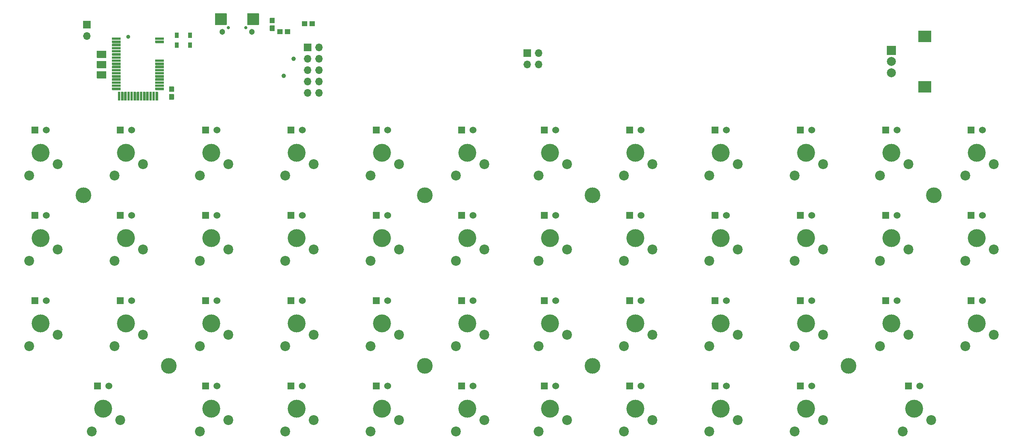
<source format=gbr>
%TF.GenerationSoftware,KiCad,Pcbnew,5.1.10*%
%TF.CreationDate,2021-05-01T11:53:20+02:00*%
%TF.ProjectId,splitboard,73706c69-7462-46f6-9172-642e6b696361,rev?*%
%TF.SameCoordinates,Original*%
%TF.FileFunction,Soldermask,Bot*%
%TF.FilePolarity,Negative*%
%FSLAX46Y46*%
G04 Gerber Fmt 4.6, Leading zero omitted, Abs format (unit mm)*
G04 Created by KiCad (PCBNEW 5.1.10) date 2021-05-01 11:53:20*
%MOMM*%
%LPD*%
G01*
G04 APERTURE LIST*
%ADD10C,3.500000*%
%ADD11C,2.200000*%
%ADD12C,4.000000*%
%ADD13R,1.524000X1.524000*%
%ADD14C,1.524000*%
%ADD15C,1.000000*%
%ADD16R,2.000000X2.000000*%
%ADD17C,2.000000*%
%ADD18R,3.000000X2.500000*%
%ADD19O,1.700000X1.700000*%
%ADD20R,1.700000X1.700000*%
%ADD21C,0.900000*%
%ADD22C,1.301600*%
%ADD23C,0.700000*%
%ADD24R,0.900000X1.200000*%
G04 APERTURE END LIST*
D10*
%TO.C,Hole*%
X222885000Y-100330000D03*
%TD*%
%TO.C,Hole*%
X203835000Y-138430000D03*
%TD*%
%TO.C,Hole*%
X146685000Y-100330000D03*
%TD*%
%TO.C,Hole*%
X146685000Y-138430000D03*
%TD*%
%TO.C,Hole*%
X109220000Y-138430000D03*
%TD*%
%TO.C,Hole*%
X52070000Y-138430000D03*
%TD*%
%TO.C,Hole*%
X33020000Y-100330000D03*
%TD*%
%TO.C,Hole*%
X109220000Y-100330000D03*
%TD*%
D11*
%TO.C,SW40*%
X191770000Y-153035000D03*
X198120000Y-150495000D03*
D12*
X194310000Y-147955000D03*
D13*
X193040000Y-142875000D03*
D14*
X195580000Y-142875000D03*
%TD*%
D11*
%TO.C,SW44*%
X215900000Y-153035000D03*
X222250000Y-150495000D03*
D12*
X218440000Y-147955000D03*
D13*
X217170000Y-142875000D03*
D14*
X219710000Y-142875000D03*
%TD*%
D11*
%TO.C,SW5*%
X40005000Y-95885000D03*
X46355000Y-93345000D03*
D12*
X42545000Y-90805000D03*
D13*
X41275000Y-85725000D03*
D14*
X43815000Y-85725000D03*
%TD*%
D11*
%TO.C,SW1*%
X20955000Y-95885000D03*
X27305000Y-93345000D03*
D12*
X23495000Y-90805000D03*
D13*
X22225000Y-85725000D03*
D14*
X24765000Y-85725000D03*
%TD*%
D11*
%TO.C,SW22*%
X116205000Y-114935000D03*
X122555000Y-112395000D03*
D12*
X118745000Y-109855000D03*
D13*
X117475000Y-104775000D03*
D14*
X120015000Y-104775000D03*
%TD*%
D11*
%TO.C,SW3*%
X20955000Y-133985000D03*
X27305000Y-131445000D03*
D12*
X23495000Y-128905000D03*
D13*
X22225000Y-123825000D03*
D14*
X24765000Y-123825000D03*
%TD*%
D11*
%TO.C,SW24*%
X116205000Y-153035000D03*
X122555000Y-150495000D03*
D12*
X118745000Y-147955000D03*
D13*
X117475000Y-142875000D03*
D14*
X120015000Y-142875000D03*
%TD*%
D11*
%TO.C,SW19*%
X97155000Y-133985000D03*
X103505000Y-131445000D03*
D12*
X99695000Y-128905000D03*
D13*
X98425000Y-123825000D03*
D14*
X100965000Y-123825000D03*
%TD*%
D11*
%TO.C,SW15*%
X78105000Y-133985000D03*
X84455000Y-131445000D03*
D12*
X80645000Y-128905000D03*
D13*
X79375000Y-123825000D03*
D14*
X81915000Y-123825000D03*
%TD*%
D11*
%TO.C,SW47*%
X229870000Y-133985000D03*
X236220000Y-131445000D03*
D12*
X232410000Y-128905000D03*
D13*
X231140000Y-123825000D03*
D14*
X233680000Y-123825000D03*
%TD*%
D11*
%TO.C,SW46*%
X229870000Y-114935000D03*
X236220000Y-112395000D03*
D12*
X232410000Y-109855000D03*
D13*
X231140000Y-104775000D03*
D14*
X233680000Y-104775000D03*
%TD*%
D11*
%TO.C,SW45*%
X229870000Y-95885000D03*
X236220000Y-93345000D03*
D12*
X232410000Y-90805000D03*
D13*
X231140000Y-85725000D03*
D14*
X233680000Y-85725000D03*
%TD*%
D11*
%TO.C,SW43*%
X210820000Y-133985000D03*
X217170000Y-131445000D03*
D12*
X213360000Y-128905000D03*
D13*
X212090000Y-123825000D03*
D14*
X214630000Y-123825000D03*
%TD*%
D11*
%TO.C,SW42*%
X210820000Y-114935000D03*
X217170000Y-112395000D03*
D12*
X213360000Y-109855000D03*
D13*
X212090000Y-104775000D03*
D14*
X214630000Y-104775000D03*
%TD*%
D11*
%TO.C,SW41*%
X210820000Y-95885000D03*
X217170000Y-93345000D03*
D12*
X213360000Y-90805000D03*
D13*
X212090000Y-85725000D03*
D14*
X214630000Y-85725000D03*
%TD*%
D11*
%TO.C,SW39*%
X191770000Y-133985000D03*
X198120000Y-131445000D03*
D12*
X194310000Y-128905000D03*
D13*
X193040000Y-123825000D03*
D14*
X195580000Y-123825000D03*
%TD*%
D11*
%TO.C,SW38*%
X191770000Y-114935000D03*
X198120000Y-112395000D03*
D12*
X194310000Y-109855000D03*
D13*
X193040000Y-104775000D03*
D14*
X195580000Y-104775000D03*
%TD*%
D11*
%TO.C,SW37*%
X191770000Y-95885000D03*
X198120000Y-93345000D03*
D12*
X194310000Y-90805000D03*
D13*
X193040000Y-85725000D03*
D14*
X195580000Y-85725000D03*
%TD*%
D11*
%TO.C,SW36*%
X172720000Y-153035000D03*
X179070000Y-150495000D03*
D12*
X175260000Y-147955000D03*
D13*
X173990000Y-142875000D03*
D14*
X176530000Y-142875000D03*
%TD*%
D11*
%TO.C,SW35*%
X172720000Y-133985000D03*
X179070000Y-131445000D03*
D12*
X175260000Y-128905000D03*
D13*
X173990000Y-123825000D03*
D14*
X176530000Y-123825000D03*
%TD*%
D11*
%TO.C,SW34*%
X172720000Y-114935000D03*
X179070000Y-112395000D03*
D12*
X175260000Y-109855000D03*
D13*
X173990000Y-104775000D03*
D14*
X176530000Y-104775000D03*
%TD*%
D11*
%TO.C,SW33*%
X172720000Y-95885000D03*
X179070000Y-93345000D03*
D12*
X175260000Y-90805000D03*
D13*
X173990000Y-85725000D03*
D14*
X176530000Y-85725000D03*
%TD*%
D11*
%TO.C,SW32*%
X153670000Y-153035000D03*
X160020000Y-150495000D03*
D12*
X156210000Y-147955000D03*
D13*
X154940000Y-142875000D03*
D14*
X157480000Y-142875000D03*
%TD*%
D11*
%TO.C,SW31*%
X153670000Y-133985000D03*
X160020000Y-131445000D03*
D12*
X156210000Y-128905000D03*
D13*
X154940000Y-123825000D03*
D14*
X157480000Y-123825000D03*
%TD*%
D11*
%TO.C,SW30*%
X153670000Y-114935000D03*
X160020000Y-112395000D03*
D12*
X156210000Y-109855000D03*
D13*
X154940000Y-104775000D03*
D14*
X157480000Y-104775000D03*
%TD*%
D11*
%TO.C,SW29*%
X153670000Y-95885000D03*
X160020000Y-93345000D03*
D12*
X156210000Y-90805000D03*
D13*
X154940000Y-85725000D03*
D14*
X157480000Y-85725000D03*
%TD*%
D11*
%TO.C,SW28*%
X134620000Y-153035000D03*
X140970000Y-150495000D03*
D12*
X137160000Y-147955000D03*
D13*
X135890000Y-142875000D03*
D14*
X138430000Y-142875000D03*
%TD*%
D11*
%TO.C,SW27*%
X134620000Y-133985000D03*
X140970000Y-131445000D03*
D12*
X137160000Y-128905000D03*
D13*
X135890000Y-123825000D03*
D14*
X138430000Y-123825000D03*
%TD*%
D11*
%TO.C,SW26*%
X134620000Y-114935000D03*
X140970000Y-112395000D03*
D12*
X137160000Y-109855000D03*
D13*
X135890000Y-104775000D03*
D14*
X138430000Y-104775000D03*
%TD*%
D11*
%TO.C,SW25*%
X134620000Y-95885000D03*
X140970000Y-93345000D03*
D12*
X137160000Y-90805000D03*
D13*
X135890000Y-85725000D03*
D14*
X138430000Y-85725000D03*
%TD*%
D11*
%TO.C,SW23*%
X116205000Y-133985000D03*
X122555000Y-131445000D03*
D12*
X118745000Y-128905000D03*
D13*
X117475000Y-123825000D03*
D14*
X120015000Y-123825000D03*
%TD*%
D11*
%TO.C,SW21*%
X116205000Y-95885000D03*
X122555000Y-93345000D03*
D12*
X118745000Y-90805000D03*
D13*
X117475000Y-85725000D03*
D14*
X120015000Y-85725000D03*
%TD*%
D11*
%TO.C,SW20*%
X97155000Y-153035000D03*
X103505000Y-150495000D03*
D12*
X99695000Y-147955000D03*
D13*
X98425000Y-142875000D03*
D14*
X100965000Y-142875000D03*
%TD*%
D11*
%TO.C,SW18*%
X97155000Y-114935000D03*
X103505000Y-112395000D03*
D12*
X99695000Y-109855000D03*
D13*
X98425000Y-104775000D03*
D14*
X100965000Y-104775000D03*
%TD*%
D11*
%TO.C,SW17*%
X97155000Y-95885000D03*
X103505000Y-93345000D03*
D12*
X99695000Y-90805000D03*
D13*
X98425000Y-85725000D03*
D14*
X100965000Y-85725000D03*
%TD*%
D11*
%TO.C,SW16*%
X78105000Y-153035000D03*
X84455000Y-150495000D03*
D12*
X80645000Y-147955000D03*
D13*
X79375000Y-142875000D03*
D14*
X81915000Y-142875000D03*
%TD*%
D11*
%TO.C,SW14*%
X78105000Y-114935000D03*
X84455000Y-112395000D03*
D12*
X80645000Y-109855000D03*
D13*
X79375000Y-104775000D03*
D14*
X81915000Y-104775000D03*
%TD*%
D11*
%TO.C,SW13*%
X78105000Y-95885000D03*
X84455000Y-93345000D03*
D12*
X80645000Y-90805000D03*
D13*
X79375000Y-85725000D03*
D14*
X81915000Y-85725000D03*
%TD*%
D11*
%TO.C,SW12*%
X59055000Y-153035000D03*
X65405000Y-150495000D03*
D12*
X61595000Y-147955000D03*
D13*
X60325000Y-142875000D03*
D14*
X62865000Y-142875000D03*
%TD*%
D11*
%TO.C,SW11*%
X59055000Y-133985000D03*
X65405000Y-131445000D03*
D12*
X61595000Y-128905000D03*
D13*
X60325000Y-123825000D03*
D14*
X62865000Y-123825000D03*
%TD*%
D11*
%TO.C,SW10*%
X59055000Y-114935000D03*
X65405000Y-112395000D03*
D12*
X61595000Y-109855000D03*
D13*
X60325000Y-104775000D03*
D14*
X62865000Y-104775000D03*
%TD*%
D11*
%TO.C,SW9*%
X59055000Y-95885000D03*
X65405000Y-93345000D03*
D12*
X61595000Y-90805000D03*
D13*
X60325000Y-85725000D03*
D14*
X62865000Y-85725000D03*
%TD*%
D11*
%TO.C,SW8*%
X34925000Y-153035000D03*
X41275000Y-150495000D03*
D12*
X37465000Y-147955000D03*
D13*
X36195000Y-142875000D03*
D14*
X38735000Y-142875000D03*
%TD*%
D11*
%TO.C,SW7*%
X40005000Y-133985000D03*
X46355000Y-131445000D03*
D12*
X42545000Y-128905000D03*
D13*
X41275000Y-123825000D03*
D14*
X43815000Y-123825000D03*
%TD*%
D11*
%TO.C,SW6*%
X40005000Y-114935000D03*
X46355000Y-112395000D03*
D12*
X42545000Y-109855000D03*
D13*
X41275000Y-104775000D03*
D14*
X43815000Y-104775000D03*
%TD*%
D11*
%TO.C,SW2*%
X20955000Y-114935000D03*
X27305000Y-112395000D03*
D12*
X23495000Y-109855000D03*
D13*
X22225000Y-104775000D03*
D14*
X24765000Y-104775000D03*
%TD*%
D15*
%TO.C,TP2*%
X79959200Y-69799200D03*
%TD*%
%TO.C,TP1*%
X77724000Y-73660000D03*
%TD*%
D16*
%TO.C,SW50*%
X213360000Y-67945000D03*
D17*
X213360000Y-70445000D03*
X213360000Y-72945000D03*
D18*
X220860000Y-64845000D03*
X220860000Y-76045000D03*
%TD*%
D19*
%TO.C,J3*%
X33782000Y-64770000D03*
D20*
X33782000Y-62230000D03*
%TD*%
D19*
%TO.C,J2*%
X134620000Y-71120000D03*
X132080000Y-71120000D03*
X134620000Y-68580000D03*
D20*
X132080000Y-68580000D03*
%TD*%
D21*
%TO.C,U5*%
X43012000Y-64892000D03*
G36*
G01*
X41362800Y-65117000D02*
X41362800Y-65567000D01*
G75*
G02*
X41312000Y-65617800I-50800J0D01*
G01*
X39462000Y-65617800D01*
G75*
G02*
X39411200Y-65567000I0J50800D01*
G01*
X39411200Y-65117000D01*
G75*
G02*
X39462000Y-65066200I50800J0D01*
G01*
X41312000Y-65066200D01*
G75*
G02*
X41362800Y-65117000I0J-50800D01*
G01*
G37*
G36*
G01*
X41362800Y-65817000D02*
X41362800Y-66267000D01*
G75*
G02*
X41312000Y-66317800I-50800J0D01*
G01*
X39462000Y-66317800D01*
G75*
G02*
X39411200Y-66267000I0J50800D01*
G01*
X39411200Y-65817000D01*
G75*
G02*
X39462000Y-65766200I50800J0D01*
G01*
X41312000Y-65766200D01*
G75*
G02*
X41362800Y-65817000I0J-50800D01*
G01*
G37*
G36*
G01*
X41362800Y-66517000D02*
X41362800Y-66967000D01*
G75*
G02*
X41312000Y-67017800I-50800J0D01*
G01*
X39462000Y-67017800D01*
G75*
G02*
X39411200Y-66967000I0J50800D01*
G01*
X39411200Y-66517000D01*
G75*
G02*
X39462000Y-66466200I50800J0D01*
G01*
X41312000Y-66466200D01*
G75*
G02*
X41362800Y-66517000I0J-50800D01*
G01*
G37*
G36*
G01*
X41362800Y-67217000D02*
X41362800Y-67667000D01*
G75*
G02*
X41312000Y-67717800I-50800J0D01*
G01*
X39462000Y-67717800D01*
G75*
G02*
X39411200Y-67667000I0J50800D01*
G01*
X39411200Y-67217000D01*
G75*
G02*
X39462000Y-67166200I50800J0D01*
G01*
X41312000Y-67166200D01*
G75*
G02*
X41362800Y-67217000I0J-50800D01*
G01*
G37*
G36*
G01*
X41362800Y-67917000D02*
X41362800Y-68367000D01*
G75*
G02*
X41312000Y-68417800I-50800J0D01*
G01*
X39462000Y-68417800D01*
G75*
G02*
X39411200Y-68367000I0J50800D01*
G01*
X39411200Y-67917000D01*
G75*
G02*
X39462000Y-67866200I50800J0D01*
G01*
X41312000Y-67866200D01*
G75*
G02*
X41362800Y-67917000I0J-50800D01*
G01*
G37*
G36*
G01*
X41362800Y-68617000D02*
X41362800Y-69067000D01*
G75*
G02*
X41312000Y-69117800I-50800J0D01*
G01*
X39462000Y-69117800D01*
G75*
G02*
X39411200Y-69067000I0J50800D01*
G01*
X39411200Y-68617000D01*
G75*
G02*
X39462000Y-68566200I50800J0D01*
G01*
X41312000Y-68566200D01*
G75*
G02*
X41362800Y-68617000I0J-50800D01*
G01*
G37*
G36*
G01*
X41362800Y-69317000D02*
X41362800Y-69767000D01*
G75*
G02*
X41312000Y-69817800I-50800J0D01*
G01*
X39462000Y-69817800D01*
G75*
G02*
X39411200Y-69767000I0J50800D01*
G01*
X39411200Y-69317000D01*
G75*
G02*
X39462000Y-69266200I50800J0D01*
G01*
X41312000Y-69266200D01*
G75*
G02*
X41362800Y-69317000I0J-50800D01*
G01*
G37*
G36*
G01*
X41362800Y-70017000D02*
X41362800Y-70467000D01*
G75*
G02*
X41312000Y-70517800I-50800J0D01*
G01*
X39462000Y-70517800D01*
G75*
G02*
X39411200Y-70467000I0J50800D01*
G01*
X39411200Y-70017000D01*
G75*
G02*
X39462000Y-69966200I50800J0D01*
G01*
X41312000Y-69966200D01*
G75*
G02*
X41362800Y-70017000I0J-50800D01*
G01*
G37*
G36*
G01*
X41362800Y-70717000D02*
X41362800Y-71167000D01*
G75*
G02*
X41312000Y-71217800I-50800J0D01*
G01*
X39462000Y-71217800D01*
G75*
G02*
X39411200Y-71167000I0J50800D01*
G01*
X39411200Y-70717000D01*
G75*
G02*
X39462000Y-70666200I50800J0D01*
G01*
X41312000Y-70666200D01*
G75*
G02*
X41362800Y-70717000I0J-50800D01*
G01*
G37*
G36*
G01*
X41362800Y-71417000D02*
X41362800Y-71867000D01*
G75*
G02*
X41312000Y-71917800I-50800J0D01*
G01*
X39462000Y-71917800D01*
G75*
G02*
X39411200Y-71867000I0J50800D01*
G01*
X39411200Y-71417000D01*
G75*
G02*
X39462000Y-71366200I50800J0D01*
G01*
X41312000Y-71366200D01*
G75*
G02*
X41362800Y-71417000I0J-50800D01*
G01*
G37*
G36*
G01*
X41362800Y-72117000D02*
X41362800Y-72567000D01*
G75*
G02*
X41312000Y-72617800I-50800J0D01*
G01*
X39462000Y-72617800D01*
G75*
G02*
X39411200Y-72567000I0J50800D01*
G01*
X39411200Y-72117000D01*
G75*
G02*
X39462000Y-72066200I50800J0D01*
G01*
X41312000Y-72066200D01*
G75*
G02*
X41362800Y-72117000I0J-50800D01*
G01*
G37*
G36*
G01*
X41362800Y-72817000D02*
X41362800Y-73267000D01*
G75*
G02*
X41312000Y-73317800I-50800J0D01*
G01*
X39462000Y-73317800D01*
G75*
G02*
X39411200Y-73267000I0J50800D01*
G01*
X39411200Y-72817000D01*
G75*
G02*
X39462000Y-72766200I50800J0D01*
G01*
X41312000Y-72766200D01*
G75*
G02*
X41362800Y-72817000I0J-50800D01*
G01*
G37*
G36*
G01*
X41362800Y-73517000D02*
X41362800Y-73967000D01*
G75*
G02*
X41312000Y-74017800I-50800J0D01*
G01*
X39462000Y-74017800D01*
G75*
G02*
X39411200Y-73967000I0J50800D01*
G01*
X39411200Y-73517000D01*
G75*
G02*
X39462000Y-73466200I50800J0D01*
G01*
X41312000Y-73466200D01*
G75*
G02*
X41362800Y-73517000I0J-50800D01*
G01*
G37*
G36*
G01*
X41362800Y-74217000D02*
X41362800Y-74667000D01*
G75*
G02*
X41312000Y-74717800I-50800J0D01*
G01*
X39462000Y-74717800D01*
G75*
G02*
X39411200Y-74667000I0J50800D01*
G01*
X39411200Y-74217000D01*
G75*
G02*
X39462000Y-74166200I50800J0D01*
G01*
X41312000Y-74166200D01*
G75*
G02*
X41362800Y-74217000I0J-50800D01*
G01*
G37*
G36*
G01*
X41362800Y-74917000D02*
X41362800Y-75367000D01*
G75*
G02*
X41312000Y-75417800I-50800J0D01*
G01*
X39462000Y-75417800D01*
G75*
G02*
X39411200Y-75367000I0J50800D01*
G01*
X39411200Y-74917000D01*
G75*
G02*
X39462000Y-74866200I50800J0D01*
G01*
X41312000Y-74866200D01*
G75*
G02*
X41362800Y-74917000I0J-50800D01*
G01*
G37*
G36*
G01*
X41362800Y-75617000D02*
X41362800Y-76067000D01*
G75*
G02*
X41312000Y-76117800I-50800J0D01*
G01*
X39462000Y-76117800D01*
G75*
G02*
X39411200Y-76067000I0J50800D01*
G01*
X39411200Y-75617000D01*
G75*
G02*
X39462000Y-75566200I50800J0D01*
G01*
X41312000Y-75566200D01*
G75*
G02*
X41362800Y-75617000I0J-50800D01*
G01*
G37*
G36*
G01*
X41362800Y-76317000D02*
X41362800Y-76767000D01*
G75*
G02*
X41312000Y-76817800I-50800J0D01*
G01*
X39462000Y-76817800D01*
G75*
G02*
X39411200Y-76767000I0J50800D01*
G01*
X39411200Y-76317000D01*
G75*
G02*
X39462000Y-76266200I50800J0D01*
G01*
X41312000Y-76266200D01*
G75*
G02*
X41362800Y-76317000I0J-50800D01*
G01*
G37*
G36*
G01*
X41237000Y-79142800D02*
X40787000Y-79142800D01*
G75*
G02*
X40736200Y-79092000I0J50800D01*
G01*
X40736200Y-77242000D01*
G75*
G02*
X40787000Y-77191200I50800J0D01*
G01*
X41237000Y-77191200D01*
G75*
G02*
X41287800Y-77242000I0J-50800D01*
G01*
X41287800Y-79092000D01*
G75*
G02*
X41237000Y-79142800I-50800J0D01*
G01*
G37*
G36*
G01*
X41937000Y-79142800D02*
X41487000Y-79142800D01*
G75*
G02*
X41436200Y-79092000I0J50800D01*
G01*
X41436200Y-77242000D01*
G75*
G02*
X41487000Y-77191200I50800J0D01*
G01*
X41937000Y-77191200D01*
G75*
G02*
X41987800Y-77242000I0J-50800D01*
G01*
X41987800Y-79092000D01*
G75*
G02*
X41937000Y-79142800I-50800J0D01*
G01*
G37*
G36*
G01*
X42637000Y-79142800D02*
X42187000Y-79142800D01*
G75*
G02*
X42136200Y-79092000I0J50800D01*
G01*
X42136200Y-77242000D01*
G75*
G02*
X42187000Y-77191200I50800J0D01*
G01*
X42637000Y-77191200D01*
G75*
G02*
X42687800Y-77242000I0J-50800D01*
G01*
X42687800Y-79092000D01*
G75*
G02*
X42637000Y-79142800I-50800J0D01*
G01*
G37*
G36*
G01*
X43337000Y-79142800D02*
X42887000Y-79142800D01*
G75*
G02*
X42836200Y-79092000I0J50800D01*
G01*
X42836200Y-77242000D01*
G75*
G02*
X42887000Y-77191200I50800J0D01*
G01*
X43337000Y-77191200D01*
G75*
G02*
X43387800Y-77242000I0J-50800D01*
G01*
X43387800Y-79092000D01*
G75*
G02*
X43337000Y-79142800I-50800J0D01*
G01*
G37*
G36*
G01*
X44037000Y-79142800D02*
X43587000Y-79142800D01*
G75*
G02*
X43536200Y-79092000I0J50800D01*
G01*
X43536200Y-77242000D01*
G75*
G02*
X43587000Y-77191200I50800J0D01*
G01*
X44037000Y-77191200D01*
G75*
G02*
X44087800Y-77242000I0J-50800D01*
G01*
X44087800Y-79092000D01*
G75*
G02*
X44037000Y-79142800I-50800J0D01*
G01*
G37*
G36*
G01*
X44737000Y-79142800D02*
X44287000Y-79142800D01*
G75*
G02*
X44236200Y-79092000I0J50800D01*
G01*
X44236200Y-77242000D01*
G75*
G02*
X44287000Y-77191200I50800J0D01*
G01*
X44737000Y-77191200D01*
G75*
G02*
X44787800Y-77242000I0J-50800D01*
G01*
X44787800Y-79092000D01*
G75*
G02*
X44737000Y-79142800I-50800J0D01*
G01*
G37*
G36*
G01*
X45437000Y-79142800D02*
X44987000Y-79142800D01*
G75*
G02*
X44936200Y-79092000I0J50800D01*
G01*
X44936200Y-77242000D01*
G75*
G02*
X44987000Y-77191200I50800J0D01*
G01*
X45437000Y-77191200D01*
G75*
G02*
X45487800Y-77242000I0J-50800D01*
G01*
X45487800Y-79092000D01*
G75*
G02*
X45437000Y-79142800I-50800J0D01*
G01*
G37*
G36*
G01*
X46137000Y-79142800D02*
X45687000Y-79142800D01*
G75*
G02*
X45636200Y-79092000I0J50800D01*
G01*
X45636200Y-77242000D01*
G75*
G02*
X45687000Y-77191200I50800J0D01*
G01*
X46137000Y-77191200D01*
G75*
G02*
X46187800Y-77242000I0J-50800D01*
G01*
X46187800Y-79092000D01*
G75*
G02*
X46137000Y-79142800I-50800J0D01*
G01*
G37*
G36*
G01*
X46837000Y-79142800D02*
X46387000Y-79142800D01*
G75*
G02*
X46336200Y-79092000I0J50800D01*
G01*
X46336200Y-77242000D01*
G75*
G02*
X46387000Y-77191200I50800J0D01*
G01*
X46837000Y-77191200D01*
G75*
G02*
X46887800Y-77242000I0J-50800D01*
G01*
X46887800Y-79092000D01*
G75*
G02*
X46837000Y-79142800I-50800J0D01*
G01*
G37*
G36*
G01*
X47537000Y-79142800D02*
X47087000Y-79142800D01*
G75*
G02*
X47036200Y-79092000I0J50800D01*
G01*
X47036200Y-77242000D01*
G75*
G02*
X47087000Y-77191200I50800J0D01*
G01*
X47537000Y-77191200D01*
G75*
G02*
X47587800Y-77242000I0J-50800D01*
G01*
X47587800Y-79092000D01*
G75*
G02*
X47537000Y-79142800I-50800J0D01*
G01*
G37*
G36*
G01*
X48237000Y-79142800D02*
X47787000Y-79142800D01*
G75*
G02*
X47736200Y-79092000I0J50800D01*
G01*
X47736200Y-77242000D01*
G75*
G02*
X47787000Y-77191200I50800J0D01*
G01*
X48237000Y-77191200D01*
G75*
G02*
X48287800Y-77242000I0J-50800D01*
G01*
X48287800Y-79092000D01*
G75*
G02*
X48237000Y-79142800I-50800J0D01*
G01*
G37*
G36*
G01*
X48937000Y-79142800D02*
X48487000Y-79142800D01*
G75*
G02*
X48436200Y-79092000I0J50800D01*
G01*
X48436200Y-77242000D01*
G75*
G02*
X48487000Y-77191200I50800J0D01*
G01*
X48937000Y-77191200D01*
G75*
G02*
X48987800Y-77242000I0J-50800D01*
G01*
X48987800Y-79092000D01*
G75*
G02*
X48937000Y-79142800I-50800J0D01*
G01*
G37*
G36*
G01*
X49637000Y-79142800D02*
X49187000Y-79142800D01*
G75*
G02*
X49136200Y-79092000I0J50800D01*
G01*
X49136200Y-77242000D01*
G75*
G02*
X49187000Y-77191200I50800J0D01*
G01*
X49637000Y-77191200D01*
G75*
G02*
X49687800Y-77242000I0J-50800D01*
G01*
X49687800Y-79092000D01*
G75*
G02*
X49637000Y-79142800I-50800J0D01*
G01*
G37*
G36*
G01*
X51012800Y-76317000D02*
X51012800Y-76767000D01*
G75*
G02*
X50962000Y-76817800I-50800J0D01*
G01*
X49112000Y-76817800D01*
G75*
G02*
X49061200Y-76767000I0J50800D01*
G01*
X49061200Y-76317000D01*
G75*
G02*
X49112000Y-76266200I50800J0D01*
G01*
X50962000Y-76266200D01*
G75*
G02*
X51012800Y-76317000I0J-50800D01*
G01*
G37*
G36*
G01*
X51012800Y-75617000D02*
X51012800Y-76067000D01*
G75*
G02*
X50962000Y-76117800I-50800J0D01*
G01*
X49112000Y-76117800D01*
G75*
G02*
X49061200Y-76067000I0J50800D01*
G01*
X49061200Y-75617000D01*
G75*
G02*
X49112000Y-75566200I50800J0D01*
G01*
X50962000Y-75566200D01*
G75*
G02*
X51012800Y-75617000I0J-50800D01*
G01*
G37*
G36*
G01*
X51012800Y-74917000D02*
X51012800Y-75367000D01*
G75*
G02*
X50962000Y-75417800I-50800J0D01*
G01*
X49112000Y-75417800D01*
G75*
G02*
X49061200Y-75367000I0J50800D01*
G01*
X49061200Y-74917000D01*
G75*
G02*
X49112000Y-74866200I50800J0D01*
G01*
X50962000Y-74866200D01*
G75*
G02*
X51012800Y-74917000I0J-50800D01*
G01*
G37*
G36*
G01*
X51012800Y-74217000D02*
X51012800Y-74667000D01*
G75*
G02*
X50962000Y-74717800I-50800J0D01*
G01*
X49112000Y-74717800D01*
G75*
G02*
X49061200Y-74667000I0J50800D01*
G01*
X49061200Y-74217000D01*
G75*
G02*
X49112000Y-74166200I50800J0D01*
G01*
X50962000Y-74166200D01*
G75*
G02*
X51012800Y-74217000I0J-50800D01*
G01*
G37*
G36*
G01*
X51012800Y-73517000D02*
X51012800Y-73967000D01*
G75*
G02*
X50962000Y-74017800I-50800J0D01*
G01*
X49112000Y-74017800D01*
G75*
G02*
X49061200Y-73967000I0J50800D01*
G01*
X49061200Y-73517000D01*
G75*
G02*
X49112000Y-73466200I50800J0D01*
G01*
X50962000Y-73466200D01*
G75*
G02*
X51012800Y-73517000I0J-50800D01*
G01*
G37*
G36*
G01*
X51012800Y-72817000D02*
X51012800Y-73267000D01*
G75*
G02*
X50962000Y-73317800I-50800J0D01*
G01*
X49112000Y-73317800D01*
G75*
G02*
X49061200Y-73267000I0J50800D01*
G01*
X49061200Y-72817000D01*
G75*
G02*
X49112000Y-72766200I50800J0D01*
G01*
X50962000Y-72766200D01*
G75*
G02*
X51012800Y-72817000I0J-50800D01*
G01*
G37*
G36*
G01*
X51012800Y-72117000D02*
X51012800Y-72567000D01*
G75*
G02*
X50962000Y-72617800I-50800J0D01*
G01*
X49112000Y-72617800D01*
G75*
G02*
X49061200Y-72567000I0J50800D01*
G01*
X49061200Y-72117000D01*
G75*
G02*
X49112000Y-72066200I50800J0D01*
G01*
X50962000Y-72066200D01*
G75*
G02*
X51012800Y-72117000I0J-50800D01*
G01*
G37*
G36*
G01*
X51012800Y-71417000D02*
X51012800Y-71867000D01*
G75*
G02*
X50962000Y-71917800I-50800J0D01*
G01*
X49112000Y-71917800D01*
G75*
G02*
X49061200Y-71867000I0J50800D01*
G01*
X49061200Y-71417000D01*
G75*
G02*
X49112000Y-71366200I50800J0D01*
G01*
X50962000Y-71366200D01*
G75*
G02*
X51012800Y-71417000I0J-50800D01*
G01*
G37*
G36*
G01*
X51012800Y-70717000D02*
X51012800Y-71167000D01*
G75*
G02*
X50962000Y-71217800I-50800J0D01*
G01*
X49112000Y-71217800D01*
G75*
G02*
X49061200Y-71167000I0J50800D01*
G01*
X49061200Y-70717000D01*
G75*
G02*
X49112000Y-70666200I50800J0D01*
G01*
X50962000Y-70666200D01*
G75*
G02*
X51012800Y-70717000I0J-50800D01*
G01*
G37*
G36*
G01*
X51012800Y-70017000D02*
X51012800Y-70467000D01*
G75*
G02*
X50962000Y-70517800I-50800J0D01*
G01*
X49112000Y-70517800D01*
G75*
G02*
X49061200Y-70467000I0J50800D01*
G01*
X49061200Y-70017000D01*
G75*
G02*
X49112000Y-69966200I50800J0D01*
G01*
X50962000Y-69966200D01*
G75*
G02*
X51012800Y-70017000I0J-50800D01*
G01*
G37*
G36*
G01*
X51012800Y-65817000D02*
X51012800Y-66267000D01*
G75*
G02*
X50962000Y-66317800I-50800J0D01*
G01*
X49112000Y-66317800D01*
G75*
G02*
X49061200Y-66267000I0J50800D01*
G01*
X49061200Y-65817000D01*
G75*
G02*
X49112000Y-65766200I50800J0D01*
G01*
X50962000Y-65766200D01*
G75*
G02*
X51012800Y-65817000I0J-50800D01*
G01*
G37*
G36*
G01*
X51012800Y-65117000D02*
X51012800Y-65567000D01*
G75*
G02*
X50962000Y-65617800I-50800J0D01*
G01*
X49112000Y-65617800D01*
G75*
G02*
X49061200Y-65567000I0J50800D01*
G01*
X49061200Y-65117000D01*
G75*
G02*
X49112000Y-65066200I50800J0D01*
G01*
X50962000Y-65066200D01*
G75*
G02*
X51012800Y-65117000I0J-50800D01*
G01*
G37*
%TD*%
D22*
%TO.C,X3*%
X64010000Y-63765000D03*
X70610000Y-63765000D03*
G36*
G01*
X69660000Y-59664200D02*
X72160000Y-59664200D01*
G75*
G02*
X72210800Y-59715000I0J-50800D01*
G01*
X72210800Y-62215000D01*
G75*
G02*
X72160000Y-62265800I-50800J0D01*
G01*
X69660000Y-62265800D01*
G75*
G02*
X69609200Y-62215000I0J50800D01*
G01*
X69609200Y-59715000D01*
G75*
G02*
X69660000Y-59664200I50800J0D01*
G01*
G37*
G36*
G01*
X62460000Y-59664200D02*
X64960000Y-59664200D01*
G75*
G02*
X65010800Y-59715000I0J-50800D01*
G01*
X65010800Y-62215000D01*
G75*
G02*
X64960000Y-62265800I-50800J0D01*
G01*
X62460000Y-62265800D01*
G75*
G02*
X62409200Y-62215000I0J50800D01*
G01*
X62409200Y-59715000D01*
G75*
G02*
X62460000Y-59664200I50800J0D01*
G01*
G37*
D23*
X65360000Y-62865000D03*
X69260000Y-62865000D03*
%TD*%
D20*
%TO.C,J1*%
X83058000Y-67246500D03*
D19*
X85598000Y-67246500D03*
X83058000Y-69786500D03*
X85598000Y-69786500D03*
X83058000Y-72326500D03*
X85598000Y-72326500D03*
X83058000Y-74866500D03*
X85598000Y-74866500D03*
X83058000Y-77406500D03*
X85598000Y-77406500D03*
%TD*%
D24*
%TO.C,R55*%
X56845200Y-66784400D03*
X56845200Y-64584400D03*
%TD*%
%TO.C,R54*%
X53848000Y-64584400D03*
X53848000Y-66784400D03*
%TD*%
%TO.C,TP103*%
G36*
G01*
X38084000Y-74206800D02*
X36084000Y-74206800D01*
G75*
G02*
X36033200Y-74156000I0J50800D01*
G01*
X36033200Y-72656000D01*
G75*
G02*
X36084000Y-72605200I50800J0D01*
G01*
X38084000Y-72605200D01*
G75*
G02*
X38134800Y-72656000I0J-50800D01*
G01*
X38134800Y-74156000D01*
G75*
G02*
X38084000Y-74206800I-50800J0D01*
G01*
G37*
%TD*%
%TO.C,TP102*%
G36*
G01*
X38084000Y-71920800D02*
X36084000Y-71920800D01*
G75*
G02*
X36033200Y-71870000I0J50800D01*
G01*
X36033200Y-70370000D01*
G75*
G02*
X36084000Y-70319200I50800J0D01*
G01*
X38084000Y-70319200D01*
G75*
G02*
X38134800Y-70370000I0J-50800D01*
G01*
X38134800Y-71870000D01*
G75*
G02*
X38084000Y-71920800I-50800J0D01*
G01*
G37*
%TD*%
%TO.C,TP101*%
G36*
G01*
X38084000Y-69634800D02*
X36084000Y-69634800D01*
G75*
G02*
X36033200Y-69584000I0J50800D01*
G01*
X36033200Y-68084000D01*
G75*
G02*
X36084000Y-68033200I50800J0D01*
G01*
X38084000Y-68033200D01*
G75*
G02*
X38134800Y-68084000I0J-50800D01*
G01*
X38134800Y-69584000D01*
G75*
G02*
X38084000Y-69634800I-50800J0D01*
G01*
G37*
%TD*%
%TO.C,R106*%
G36*
G01*
X75684000Y-61892800D02*
X74684000Y-61892800D01*
G75*
G02*
X74633200Y-61842000I0J50800D01*
G01*
X74633200Y-60742000D01*
G75*
G02*
X74684000Y-60691200I50800J0D01*
G01*
X75684000Y-60691200D01*
G75*
G02*
X75734800Y-60742000I0J-50800D01*
G01*
X75734800Y-61842000D01*
G75*
G02*
X75684000Y-61892800I-50800J0D01*
G01*
G37*
G36*
G01*
X75684000Y-63592800D02*
X74684000Y-63592800D01*
G75*
G02*
X74633200Y-63542000I0J50800D01*
G01*
X74633200Y-62442000D01*
G75*
G02*
X74684000Y-62391200I50800J0D01*
G01*
X75684000Y-62391200D01*
G75*
G02*
X75734800Y-62442000I0J-50800D01*
G01*
X75734800Y-63542000D01*
G75*
G02*
X75684000Y-63592800I-50800J0D01*
G01*
G37*
%TD*%
%TO.C,R103*%
G36*
G01*
X77474800Y-63254000D02*
X77474800Y-64254000D01*
G75*
G02*
X77424000Y-64304800I-50800J0D01*
G01*
X76324000Y-64304800D01*
G75*
G02*
X76273200Y-64254000I0J50800D01*
G01*
X76273200Y-63254000D01*
G75*
G02*
X76324000Y-63203200I50800J0D01*
G01*
X77424000Y-63203200D01*
G75*
G02*
X77474800Y-63254000I0J-50800D01*
G01*
G37*
G36*
G01*
X79174800Y-63254000D02*
X79174800Y-64254000D01*
G75*
G02*
X79124000Y-64304800I-50800J0D01*
G01*
X78024000Y-64304800D01*
G75*
G02*
X77973200Y-64254000I0J50800D01*
G01*
X77973200Y-63254000D01*
G75*
G02*
X78024000Y-63203200I50800J0D01*
G01*
X79124000Y-63203200D01*
G75*
G02*
X79174800Y-63254000I0J-50800D01*
G01*
G37*
%TD*%
%TO.C,R102*%
G36*
G01*
X82974800Y-61476000D02*
X82974800Y-62476000D01*
G75*
G02*
X82924000Y-62526800I-50800J0D01*
G01*
X81824000Y-62526800D01*
G75*
G02*
X81773200Y-62476000I0J50800D01*
G01*
X81773200Y-61476000D01*
G75*
G02*
X81824000Y-61425200I50800J0D01*
G01*
X82924000Y-61425200D01*
G75*
G02*
X82974800Y-61476000I0J-50800D01*
G01*
G37*
G36*
G01*
X84674800Y-61476000D02*
X84674800Y-62476000D01*
G75*
G02*
X84624000Y-62526800I-50800J0D01*
G01*
X83524000Y-62526800D01*
G75*
G02*
X83473200Y-62476000I0J50800D01*
G01*
X83473200Y-61476000D01*
G75*
G02*
X83524000Y-61425200I50800J0D01*
G01*
X84624000Y-61425200D01*
G75*
G02*
X84674800Y-61476000I0J-50800D01*
G01*
G37*
%TD*%
%TO.C,C4*%
G36*
G01*
X53205000Y-77220800D02*
X52205000Y-77220800D01*
G75*
G02*
X52154200Y-77170000I0J50800D01*
G01*
X52154200Y-76070000D01*
G75*
G02*
X52205000Y-76019200I50800J0D01*
G01*
X53205000Y-76019200D01*
G75*
G02*
X53255800Y-76070000I0J-50800D01*
G01*
X53255800Y-77170000D01*
G75*
G02*
X53205000Y-77220800I-50800J0D01*
G01*
G37*
G36*
G01*
X53205000Y-78920800D02*
X52205000Y-78920800D01*
G75*
G02*
X52154200Y-78870000I0J50800D01*
G01*
X52154200Y-77770000D01*
G75*
G02*
X52205000Y-77719200I50800J0D01*
G01*
X53205000Y-77719200D01*
G75*
G02*
X53255800Y-77770000I0J-50800D01*
G01*
X53255800Y-78870000D01*
G75*
G02*
X53205000Y-78920800I-50800J0D01*
G01*
G37*
%TD*%
M02*

</source>
